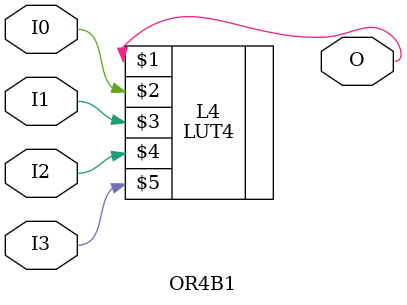
<source format=v>


`timescale  1 ps / 1 ps


module OR4B1 (O, I0, I1, I2, I3);

    output O;

    input  I0, I1, I2, I3;

    LUT4 #(.INIT(16'hFFFD)) L4 (O, I0, I1, I2, I3);

endmodule

</source>
